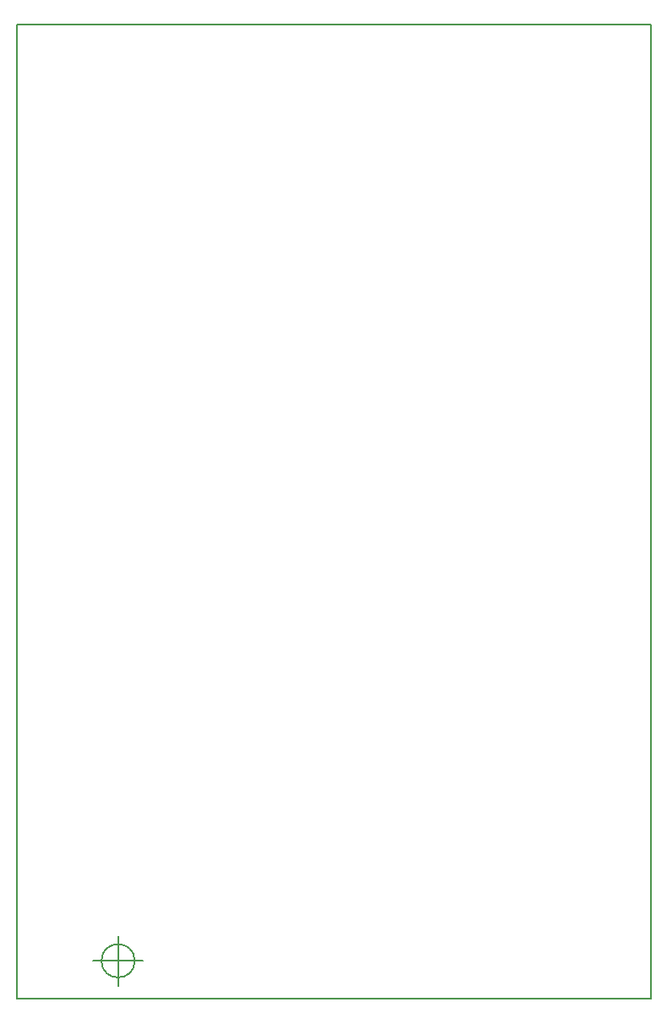
<source format=gbr>
G04 #@! TF.FileFunction,Profile,NP*
%FSLAX46Y46*%
G04 Gerber Fmt 4.6, Leading zero omitted, Abs format (unit mm)*
G04 Created by KiCad (PCBNEW 4.0.7-e2-6376~58~ubuntu16.04.1) date Tue Oct 16 16:27:12 2018*
%MOMM*%
%LPD*%
G01*
G04 APERTURE LIST*
%ADD10C,0.100000*%
%ADD11C,0.150000*%
G04 APERTURE END LIST*
D10*
D11*
X128158666Y-149606000D02*
G75*
G03X128158666Y-149606000I-1666666J0D01*
G01*
X123992000Y-149606000D02*
X128992000Y-149606000D01*
X126492000Y-147106000D02*
X126492000Y-152106000D01*
X116332000Y-153416000D02*
X179832000Y-153416000D01*
X116332000Y-55880000D02*
X116332000Y-153416000D01*
X179832000Y-55880000D02*
X116332000Y-55880000D01*
X179832000Y-153416000D02*
X179832000Y-55880000D01*
M02*

</source>
